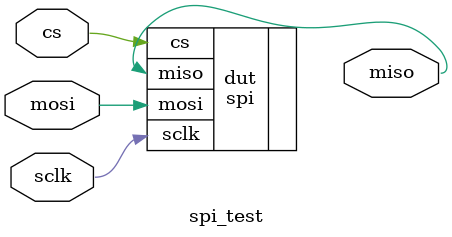
<source format=v>
module spi_test (
    input wire cs,            // Chip select (active low)
    input wire sclk,          // Serial clock
    input wire mosi,          // Master Out Slave In
    output wire miso		// Master In Slave Out
);
spi dut(
	.cs(cs),
	.sclk(sclk),
	.mosi(mosi),
	.miso(miso)
);
initial begin
	$dumpfile("spiTest.vcd");
	$dumpvars;
end

endmodule
</source>
